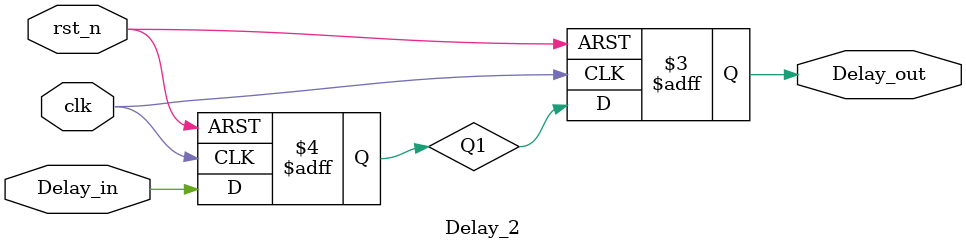
<source format=v>
module Delay_2(
	input 			Delay_in,
	input 			rst_n,
	input 			clk,
	output reg Delay_out
);


reg Q1;
 
always@(posedge clk or negedge rst_n) begin
	if(!rst_n) begin
		Q1 <= 1'b0;
		Delay_out <= 1'b0;
	end
	else begin
		Q1 <= Delay_in;
		Delay_out <= Q1;
	end
end

endmodule

</source>
